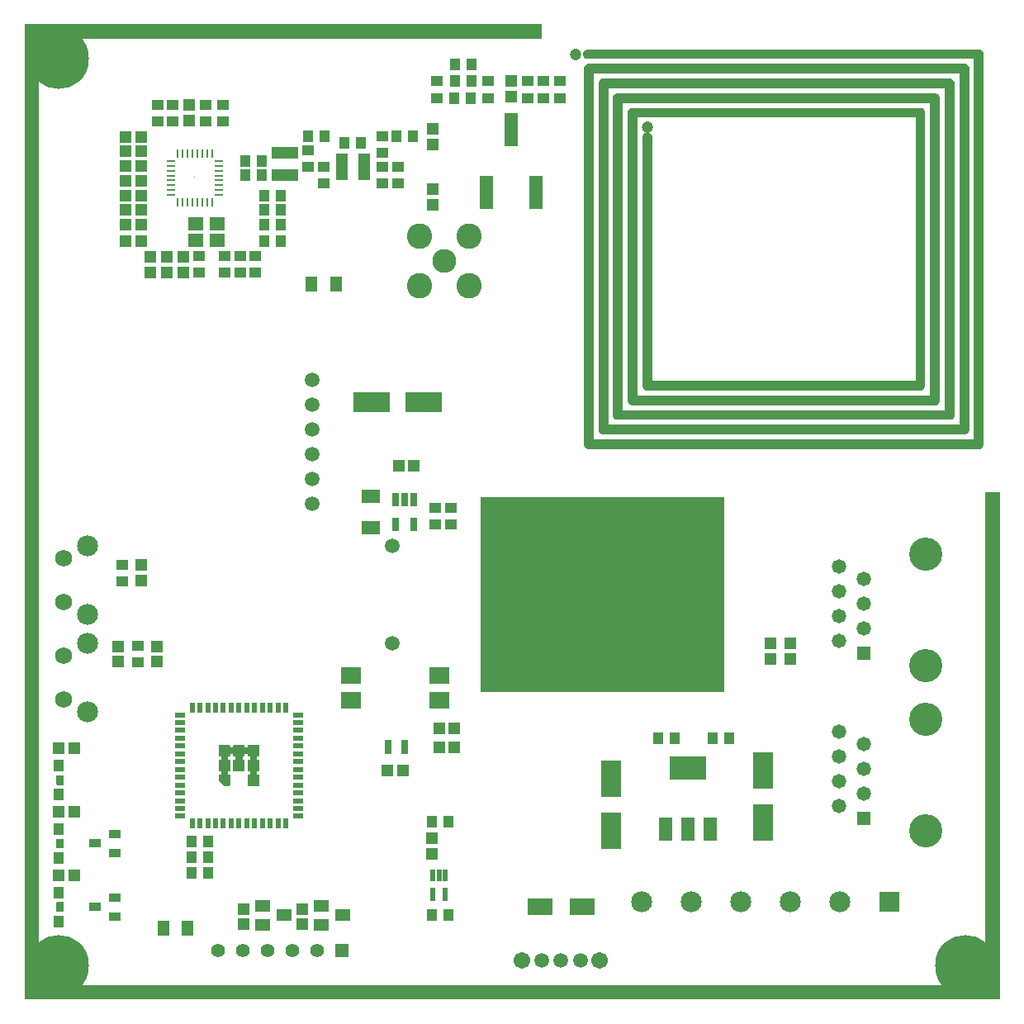
<source format=gts>
G04*
G04 #@! TF.GenerationSoftware,Altium Limited,Altium Designer,24.5.2 (23)*
G04*
G04 Layer_Color=8388736*
%FSLAX25Y25*%
%MOIN*%
G70*
G04*
G04 #@! TF.SameCoordinates,CA4C738F-C60C-4ACC-8FA1-BFDE70A38C08*
G04*
G04*
G04 #@! TF.FilePolarity,Negative*
G04*
G01*
G75*
%ADD40R,0.04737X0.04343*%
%ADD41R,0.04816X0.04501*%
%ADD42R,0.04501X0.04816*%
%ADD43R,0.04343X0.04737*%
%ADD44R,0.06312X0.05524*%
%ADD45R,0.00083X0.00083*%
%ADD46R,0.01102X0.03347*%
%ADD47R,0.03347X0.01102*%
%ADD48R,0.04796X0.10800*%
%ADD49R,0.10800X0.04796*%
%ADD50R,0.04737X0.06391*%
%ADD51R,0.10052X0.06902*%
%ADD52R,0.06312X0.04737*%
%ADD53R,0.08280X0.06706*%
%ADD54R,0.02375X0.03950*%
%ADD55R,0.03950X0.02375*%
%ADD56R,0.05485X0.13792*%
%ADD57R,0.05131X0.03359*%
%ADD58R,0.02835X0.05197*%
%ADD59R,0.03162X0.05524*%
%ADD60R,0.07493X0.05328*%
%ADD61R,0.14580X0.08083*%
%ADD62R,0.02737X0.01981*%
%ADD63R,0.02375X0.05524*%
%ADD64R,0.01968X0.05118*%
%ADD65R,0.08083X0.14580*%
%ADD66R,0.14580X0.09461*%
%ADD67R,0.05524X0.09461*%
%ADD68C,0.08477*%
%ADD69C,0.06863*%
%ADD70C,0.24422*%
%ADD71C,0.04737*%
%ADD72C,0.10249*%
%ADD73C,0.09658*%
%ADD74C,0.05918*%
%ADD75R,0.05792X0.05792*%
%ADD76C,0.05792*%
%ADD77C,0.13398*%
%ADD78R,0.08477X0.08477*%
%ADD79C,0.05603*%
%ADD80R,0.05603X0.05603*%
%ADD81C,0.06706*%
G36*
X386379Y383308D02*
X386933Y382753D01*
X387233Y382029D01*
Y381638D01*
Y224157D01*
Y223765D01*
X386933Y223041D01*
X386379Y222487D01*
X385655Y222187D01*
X227391D01*
X226667Y222487D01*
X226113Y223041D01*
X225813Y223765D01*
Y224157D01*
X225813Y375732D01*
Y376124D01*
X226113Y376848D01*
X226667Y377402D01*
X227391Y377702D01*
X227783Y377702D01*
X379358Y377702D01*
X379750D01*
X380474Y377402D01*
X381028Y376848D01*
X381328Y376124D01*
Y375732D01*
X381328Y230063D01*
X381328D01*
X381328Y229671D01*
X381028Y228947D01*
X380474Y228393D01*
X379750Y228093D01*
X379358Y228093D01*
X233688Y228093D01*
X233297D01*
X232573Y228393D01*
X232018Y228947D01*
X231719Y229671D01*
Y230063D01*
X231719Y369827D01*
Y370218D01*
X232018Y370942D01*
X232573Y371497D01*
X233297Y371796D01*
X233689D01*
X373452Y371796D01*
X373452Y371796D01*
X373844Y371796D01*
X374568Y371497D01*
X375122Y370942D01*
X375422Y370218D01*
X375422Y369827D01*
X375422Y235968D01*
X375422D01*
X375422Y235576D01*
X375122Y234852D01*
X374568Y234298D01*
X373844Y233998D01*
X373452Y233998D01*
X239594Y233998D01*
X239202D01*
X238478Y234298D01*
X237924Y234852D01*
X237624Y235576D01*
Y235968D01*
X237624Y363921D01*
Y364313D01*
X237924Y365037D01*
X238478Y365591D01*
X239202Y365891D01*
X239594Y365891D01*
X367547Y365891D01*
X367547Y365891D01*
X367939Y365891D01*
X368663Y365591D01*
X369217Y365037D01*
X369517Y364313D01*
X369517Y363921D01*
X369517Y241874D01*
X369517D01*
X369517Y241482D01*
X369217Y240758D01*
X368663Y240204D01*
X367939Y239904D01*
X367547Y239904D01*
X245500Y239904D01*
X245108D01*
X244384Y240204D01*
X243829Y240758D01*
X243530Y241482D01*
Y241874D01*
X243530Y358015D01*
Y358407D01*
X243829Y359131D01*
X244384Y359686D01*
X245108Y359985D01*
X245500D01*
X361641Y359985D01*
X361641Y359985D01*
X362033Y359985D01*
X362757Y359686D01*
X363311Y359131D01*
X363611Y358407D01*
X363611Y358015D01*
X363611Y247779D01*
Y247387D01*
X363311Y246663D01*
X362757Y246109D01*
X362033Y245809D01*
X251013D01*
X250289Y246109D01*
X249735Y246663D01*
X249435Y247387D01*
Y247779D01*
Y347990D01*
Y348382D01*
X249735Y349106D01*
X250289Y349660D01*
X251013Y349960D01*
X251797D01*
X252521Y349660D01*
X253075Y349106D01*
X253375Y348382D01*
Y347990D01*
Y249749D01*
X359671D01*
Y356046D01*
X247470Y356046D01*
X247470Y243844D01*
X365577D01*
X365577Y361951D01*
X241564Y361951D01*
X241564Y237938D01*
X371482D01*
X371482Y367857D01*
X235659Y367857D01*
X235659Y232033D01*
X377388D01*
X377388Y373762D01*
X229753Y373762D01*
X229753Y226127D01*
X383293D01*
Y379667D01*
X227167D01*
X226443Y379967D01*
X225889Y380522D01*
X225589Y381246D01*
Y382029D01*
X225889Y382753D01*
X226443Y383308D01*
X227167Y383608D01*
X385655D01*
X386379Y383308D01*
D02*
G37*
G36*
X282480Y124016D02*
X184055D01*
Y202756D01*
X282480D01*
Y124016D01*
D02*
G37*
G36*
X94541Y102760D02*
X94592Y102749D01*
X94642Y102733D01*
X94689Y102709D01*
X94732Y102680D01*
X94772Y102646D01*
X94806Y102606D01*
X94835Y102563D01*
X94858Y102516D01*
X94875Y102466D01*
X94886Y102415D01*
X94889Y102362D01*
Y98425D01*
X94886Y98373D01*
X94875Y98321D01*
X94858Y98272D01*
X94835Y98225D01*
X94806Y98181D01*
X94772Y98142D01*
X94732Y98107D01*
X94689Y98078D01*
X94642Y98055D01*
X94592Y98038D01*
X94541Y98028D01*
X94488Y98024D01*
X93905D01*
Y96858D01*
X94488D01*
X94541Y96854D01*
X94592Y96844D01*
X94642Y96827D01*
X94689Y96804D01*
X94732Y96775D01*
X94772Y96740D01*
X94806Y96701D01*
X94835Y96657D01*
X94858Y96610D01*
X94875Y96561D01*
X94886Y96509D01*
X94889Y96457D01*
Y92520D01*
X94886Y92467D01*
X94875Y92416D01*
X94858Y92366D01*
X94835Y92319D01*
X94806Y92276D01*
X94772Y92236D01*
X94732Y92202D01*
X94689Y92172D01*
X94642Y92149D01*
X94592Y92133D01*
X94541Y92122D01*
X94488Y92119D01*
X93905D01*
Y90952D01*
X94488D01*
X94541Y90949D01*
X94592Y90938D01*
X94642Y90921D01*
X94689Y90898D01*
X94732Y90869D01*
X94772Y90835D01*
X94806Y90795D01*
X94835Y90752D01*
X94858Y90705D01*
X94875Y90655D01*
X94886Y90604D01*
X94889Y90551D01*
Y86614D01*
X94886Y86562D01*
X94875Y86510D01*
X94858Y86461D01*
X94835Y86414D01*
X94806Y86370D01*
X94772Y86331D01*
X94732Y86296D01*
X94689Y86267D01*
X94642Y86244D01*
X94592Y86227D01*
X94541Y86217D01*
X94488Y86213D01*
X90551D01*
X90499Y86217D01*
X90447Y86227D01*
X90398Y86244D01*
X90351Y86267D01*
X90307Y86296D01*
X90268Y86331D01*
X90233Y86370D01*
X90204Y86414D01*
X90181Y86461D01*
X90164Y86510D01*
X90154Y86562D01*
X90150Y86614D01*
Y90551D01*
X90154Y90604D01*
X90164Y90655D01*
X90181Y90705D01*
X90204Y90752D01*
X90233Y90795D01*
X90268Y90835D01*
X90307Y90869D01*
X90351Y90898D01*
X90398Y90921D01*
X90447Y90938D01*
X90499Y90949D01*
X90551Y90952D01*
X91135D01*
Y92119D01*
X90551D01*
X90499Y92122D01*
X90447Y92133D01*
X90398Y92149D01*
X90351Y92172D01*
X90307Y92202D01*
X90268Y92236D01*
X90233Y92276D01*
X90204Y92319D01*
X90181Y92366D01*
X90164Y92416D01*
X90154Y92467D01*
X90150Y92520D01*
Y96457D01*
X90154Y96509D01*
X90164Y96561D01*
X90181Y96610D01*
X90204Y96657D01*
X90233Y96701D01*
X90268Y96740D01*
X90307Y96775D01*
X90351Y96804D01*
X90398Y96827D01*
X90447Y96844D01*
X90499Y96854D01*
X90551Y96858D01*
X91135D01*
Y98024D01*
X90551D01*
X90499Y98028D01*
X90447Y98038D01*
X90398Y98055D01*
X90351Y98078D01*
X90307Y98107D01*
X90268Y98142D01*
X90233Y98181D01*
X90204Y98225D01*
X90181Y98272D01*
X90164Y98321D01*
X90154Y98373D01*
X90150Y98425D01*
Y99009D01*
X88984D01*
Y98425D01*
X88980Y98373D01*
X88970Y98321D01*
X88953Y98272D01*
X88930Y98225D01*
X88901Y98181D01*
X88866Y98142D01*
X88827Y98107D01*
X88783Y98078D01*
X88736Y98055D01*
X88686Y98038D01*
X88635Y98028D01*
X88583Y98024D01*
X87999D01*
Y96858D01*
X88583D01*
X88635Y96854D01*
X88686Y96844D01*
X88736Y96827D01*
X88783Y96804D01*
X88827Y96775D01*
X88866Y96740D01*
X88901Y96701D01*
X88930Y96657D01*
X88953Y96610D01*
X88970Y96561D01*
X88980Y96509D01*
X88984Y96457D01*
Y92520D01*
X88980Y92467D01*
X88970Y92416D01*
X88953Y92366D01*
X88930Y92319D01*
X88901Y92276D01*
X88866Y92236D01*
X88827Y92202D01*
X88783Y92172D01*
X88736Y92149D01*
X88686Y92133D01*
X88635Y92122D01*
X88583Y92119D01*
X84646D01*
X84593Y92122D01*
X84542Y92133D01*
X84492Y92149D01*
X84445Y92172D01*
X84402Y92202D01*
X84362Y92236D01*
X84328Y92276D01*
X84298Y92319D01*
X84275Y92366D01*
X84259Y92416D01*
X84248Y92467D01*
X84245Y92520D01*
Y96457D01*
X84248Y96509D01*
X84259Y96561D01*
X84275Y96610D01*
X84298Y96657D01*
X84328Y96701D01*
X84362Y96740D01*
X84402Y96775D01*
X84445Y96804D01*
X84492Y96827D01*
X84542Y96844D01*
X84593Y96854D01*
X84646Y96858D01*
X85229D01*
Y98024D01*
X84646D01*
X84593Y98028D01*
X84542Y98038D01*
X84492Y98055D01*
X84445Y98078D01*
X84402Y98107D01*
X84362Y98142D01*
X84328Y98181D01*
X84298Y98225D01*
X84275Y98272D01*
X84259Y98321D01*
X84248Y98373D01*
X84245Y98425D01*
Y99009D01*
X83078D01*
Y98425D01*
X83075Y98373D01*
X83064Y98321D01*
X83047Y98272D01*
X83024Y98225D01*
X82995Y98181D01*
X82961Y98142D01*
X82921Y98107D01*
X82878Y98078D01*
X82831Y98055D01*
X82781Y98038D01*
X82730Y98028D01*
X82677Y98024D01*
X82094D01*
Y96858D01*
X82677D01*
X82730Y96854D01*
X82781Y96844D01*
X82831Y96827D01*
X82878Y96804D01*
X82921Y96775D01*
X82961Y96740D01*
X82995Y96701D01*
X83024Y96657D01*
X83047Y96610D01*
X83064Y96561D01*
X83075Y96509D01*
X83078Y96457D01*
Y92520D01*
X83075Y92467D01*
X83064Y92416D01*
X83047Y92366D01*
X83024Y92319D01*
X82995Y92276D01*
X82961Y92236D01*
X82921Y92202D01*
X82878Y92172D01*
X82831Y92149D01*
X82781Y92133D01*
X82730Y92122D01*
X82677Y92119D01*
X82094D01*
Y90952D01*
X82677D01*
X82730Y90949D01*
X82781Y90938D01*
X82831Y90921D01*
X82878Y90898D01*
X82921Y90869D01*
X82961Y90835D01*
X82995Y90795D01*
X83024Y90752D01*
X83047Y90705D01*
X83064Y90655D01*
X83075Y90604D01*
X83078Y90551D01*
Y86614D01*
X83075Y86562D01*
X83064Y86510D01*
X83047Y86461D01*
X83024Y86414D01*
X82995Y86370D01*
X82961Y86331D01*
X82921Y86296D01*
X82878Y86267D01*
X82831Y86244D01*
X82781Y86227D01*
X82730Y86217D01*
X82677Y86213D01*
X80709D01*
X80656Y86217D01*
X80605Y86227D01*
X80555Y86244D01*
X80508Y86267D01*
X80465Y86296D01*
X80425Y86331D01*
X78457Y88299D01*
X78422Y88339D01*
X78393Y88382D01*
X78370Y88429D01*
X78353Y88479D01*
X78343Y88530D01*
X78339Y88583D01*
Y90551D01*
X78343Y90604D01*
X78353Y90655D01*
X78370Y90705D01*
X78393Y90752D01*
X78422Y90795D01*
X78457Y90835D01*
X78496Y90869D01*
X78540Y90898D01*
X78587Y90921D01*
X78636Y90938D01*
X78688Y90949D01*
X78740Y90952D01*
X79324D01*
Y92119D01*
X78740D01*
X78688Y92122D01*
X78636Y92133D01*
X78587Y92149D01*
X78540Y92172D01*
X78496Y92202D01*
X78457Y92236D01*
X78422Y92276D01*
X78393Y92319D01*
X78370Y92366D01*
X78353Y92416D01*
X78343Y92467D01*
X78339Y92520D01*
Y96457D01*
X78343Y96509D01*
X78353Y96561D01*
X78370Y96610D01*
X78393Y96657D01*
X78422Y96701D01*
X78457Y96740D01*
X78496Y96775D01*
X78540Y96804D01*
X78587Y96827D01*
X78636Y96844D01*
X78688Y96854D01*
X78740Y96858D01*
X79324D01*
Y98024D01*
X78740D01*
X78688Y98028D01*
X78636Y98038D01*
X78587Y98055D01*
X78540Y98078D01*
X78496Y98107D01*
X78457Y98142D01*
X78422Y98181D01*
X78393Y98225D01*
X78370Y98272D01*
X78353Y98321D01*
X78343Y98373D01*
X78339Y98425D01*
Y102362D01*
X78343Y102415D01*
X78353Y102466D01*
X78370Y102516D01*
X78393Y102563D01*
X78422Y102606D01*
X78457Y102646D01*
X78496Y102680D01*
X78540Y102709D01*
X78587Y102733D01*
X78636Y102749D01*
X78688Y102760D01*
X78740Y102763D01*
X82677D01*
X82730Y102760D01*
X82781Y102749D01*
X82831Y102733D01*
X82878Y102709D01*
X82921Y102680D01*
X82961Y102646D01*
X82995Y102606D01*
X83024Y102563D01*
X83047Y102516D01*
X83064Y102466D01*
X83075Y102415D01*
X83078Y102362D01*
Y101779D01*
X84245D01*
Y102362D01*
X84248Y102415D01*
X84259Y102466D01*
X84275Y102516D01*
X84298Y102563D01*
X84328Y102606D01*
X84362Y102646D01*
X84402Y102680D01*
X84445Y102709D01*
X84492Y102733D01*
X84542Y102749D01*
X84593Y102760D01*
X84646Y102763D01*
X88583D01*
X88635Y102760D01*
X88686Y102749D01*
X88736Y102733D01*
X88783Y102709D01*
X88827Y102680D01*
X88866Y102646D01*
X88901Y102606D01*
X88930Y102563D01*
X88953Y102516D01*
X88970Y102466D01*
X88980Y102415D01*
X88984Y102362D01*
Y101779D01*
X90150D01*
Y102362D01*
X90154Y102415D01*
X90164Y102466D01*
X90181Y102516D01*
X90204Y102563D01*
X90233Y102606D01*
X90268Y102646D01*
X90307Y102680D01*
X90351Y102709D01*
X90398Y102733D01*
X90447Y102749D01*
X90499Y102760D01*
X90551Y102763D01*
X94488D01*
X94541Y102760D01*
D02*
G37*
G36*
X15603Y90549D02*
X15653Y90539D01*
X15702Y90522D01*
X15748Y90499D01*
X15791Y90470D01*
X15830Y90437D01*
X15864Y90398D01*
X15893Y90355D01*
X15916Y90308D01*
X15932Y90260D01*
X15942Y90209D01*
X15946Y90158D01*
Y87008D01*
X15942Y86956D01*
X15932Y86906D01*
X15916Y86857D01*
X15893Y86811D01*
X15864Y86768D01*
X15830Y86729D01*
X15791Y86695D01*
X15748Y86666D01*
X15702Y86643D01*
X15653Y86627D01*
X15603Y86617D01*
X15551Y86613D01*
X13189D01*
X13137Y86617D01*
X13087Y86627D01*
X13038Y86643D01*
X12992Y86666D01*
X12949Y86695D01*
X12910Y86729D01*
X12876Y86768D01*
X12847Y86811D01*
X12824Y86857D01*
X12808Y86906D01*
X12798Y86956D01*
X12794Y87008D01*
Y90158D01*
X12798Y90209D01*
X12808Y90260D01*
X12824Y90308D01*
X12847Y90355D01*
X12876Y90398D01*
X12910Y90437D01*
X12949Y90470D01*
X12992Y90499D01*
X13038Y90522D01*
X13087Y90539D01*
X13137Y90549D01*
X13189Y90552D01*
X15551D01*
X15603Y90549D01*
D02*
G37*
G36*
Y64958D02*
X15653Y64948D01*
X15702Y64931D01*
X15748Y64909D01*
X15791Y64880D01*
X15830Y64846D01*
X15864Y64807D01*
X15893Y64764D01*
X15916Y64718D01*
X15932Y64669D01*
X15942Y64618D01*
X15946Y64567D01*
Y61417D01*
X15942Y61366D01*
X15932Y61315D01*
X15916Y61266D01*
X15893Y61220D01*
X15864Y61177D01*
X15830Y61138D01*
X15791Y61104D01*
X15748Y61076D01*
X15702Y61053D01*
X15653Y61036D01*
X15603Y61026D01*
X15551Y61023D01*
X13189D01*
X13137Y61026D01*
X13087Y61036D01*
X13038Y61053D01*
X12992Y61076D01*
X12949Y61104D01*
X12910Y61138D01*
X12876Y61177D01*
X12847Y61220D01*
X12824Y61266D01*
X12808Y61315D01*
X12798Y61366D01*
X12794Y61417D01*
Y64567D01*
X12798Y64618D01*
X12808Y64669D01*
X12824Y64718D01*
X12847Y64764D01*
X12876Y64807D01*
X12910Y64846D01*
X12949Y64880D01*
X12992Y64909D01*
X13038Y64931D01*
X13087Y64948D01*
X13137Y64958D01*
X13189Y64961D01*
X15551D01*
X15603Y64958D01*
D02*
G37*
G36*
Y39367D02*
X15653Y39358D01*
X15702Y39341D01*
X15748Y39318D01*
X15791Y39289D01*
X15830Y39255D01*
X15864Y39217D01*
X15893Y39174D01*
X15916Y39127D01*
X15932Y39079D01*
X15942Y39028D01*
X15946Y38976D01*
Y35827D01*
X15942Y35775D01*
X15932Y35725D01*
X15916Y35676D01*
X15893Y35629D01*
X15864Y35587D01*
X15830Y35548D01*
X15791Y35514D01*
X15748Y35485D01*
X15702Y35462D01*
X15653Y35446D01*
X15603Y35436D01*
X15551Y35432D01*
X13189D01*
X13137Y35436D01*
X13087Y35446D01*
X13038Y35462D01*
X12992Y35485D01*
X12949Y35514D01*
X12910Y35548D01*
X12876Y35587D01*
X12847Y35629D01*
X12824Y35676D01*
X12808Y35725D01*
X12798Y35775D01*
X12794Y35827D01*
Y38976D01*
X12798Y39028D01*
X12808Y39079D01*
X12824Y39127D01*
X12847Y39174D01*
X12876Y39217D01*
X12910Y39255D01*
X12949Y39289D01*
X12992Y39318D01*
X13038Y39341D01*
X13087Y39358D01*
X13137Y39367D01*
X13189Y39371D01*
X15551D01*
X15603Y39367D01*
D02*
G37*
G36*
X5932Y393701D02*
X208661D01*
Y387795D01*
X5932D01*
Y5906D01*
X387795D01*
Y204724D01*
X393701D01*
Y0D01*
X0D01*
Y5906D01*
X27D01*
Y387795D01*
X0D01*
Y393701D01*
X27D01*
Y393701D01*
X5932D01*
Y393701D01*
D02*
G37*
D40*
X59881Y361024D02*
D03*
Y354331D02*
D03*
X53815Y361024D02*
D03*
Y354331D02*
D03*
X87008Y300197D02*
D03*
Y293504D02*
D03*
X150773Y336024D02*
D03*
Y329331D02*
D03*
X144342Y336030D02*
D03*
Y329337D02*
D03*
Y348406D02*
D03*
Y341714D02*
D03*
X120888Y329337D02*
D03*
Y336030D02*
D03*
X114606Y342717D02*
D03*
Y336024D02*
D03*
X73304Y361024D02*
D03*
Y354331D02*
D03*
X79997Y361024D02*
D03*
Y354331D02*
D03*
X70472Y300197D02*
D03*
Y293504D02*
D03*
X80709Y300197D02*
D03*
Y293504D02*
D03*
X93307Y300197D02*
D03*
Y293504D02*
D03*
X45840Y142717D02*
D03*
Y136024D02*
D03*
X39370Y175591D02*
D03*
Y168898D02*
D03*
X216142Y363976D02*
D03*
Y370669D02*
D03*
X209452Y370669D02*
D03*
Y363976D02*
D03*
X187057Y370669D02*
D03*
Y363976D02*
D03*
X203143Y363976D02*
D03*
Y370669D02*
D03*
X166535Y363976D02*
D03*
Y370669D02*
D03*
X172047Y191929D02*
D03*
Y198622D02*
D03*
X165748Y191929D02*
D03*
Y198622D02*
D03*
D41*
X164961Y345315D02*
D03*
Y351535D02*
D03*
X66611Y354842D02*
D03*
Y361063D02*
D03*
X57402Y299685D02*
D03*
Y293465D02*
D03*
X50709Y299685D02*
D03*
Y293465D02*
D03*
X64095Y299685D02*
D03*
Y293465D02*
D03*
X47244Y175354D02*
D03*
Y169134D02*
D03*
X37982Y136428D02*
D03*
Y142649D02*
D03*
X53485Y142649D02*
D03*
Y136428D02*
D03*
X112205Y36575D02*
D03*
Y30354D02*
D03*
X196372Y364458D02*
D03*
Y370679D02*
D03*
X309055Y143858D02*
D03*
Y137638D02*
D03*
X301181Y143858D02*
D03*
Y137638D02*
D03*
X88583Y36575D02*
D03*
Y30354D02*
D03*
X164961Y320974D02*
D03*
Y327195D02*
D03*
X164573Y58860D02*
D03*
Y65080D02*
D03*
D42*
X40863Y306102D02*
D03*
X47083D02*
D03*
X40863Y312795D02*
D03*
X47083D02*
D03*
X40863Y318701D02*
D03*
X47083D02*
D03*
X40863Y324606D02*
D03*
X47083D02*
D03*
X40863Y330512D02*
D03*
X47083D02*
D03*
X40863Y336417D02*
D03*
X47083D02*
D03*
X40863Y342323D02*
D03*
X47083D02*
D03*
X40863Y348228D02*
D03*
X47083D02*
D03*
X13819Y101378D02*
D03*
X20039D02*
D03*
X146496Y92520D02*
D03*
X152717D02*
D03*
X167362Y109455D02*
D03*
X173583D02*
D03*
X167425Y101741D02*
D03*
X173645D02*
D03*
X13819Y75787D02*
D03*
X20039D02*
D03*
X13819Y50197D02*
D03*
X20039D02*
D03*
X151017Y215425D02*
D03*
X157238D02*
D03*
D43*
X103619Y306102D02*
D03*
X96926D02*
D03*
X156857Y348509D02*
D03*
X150164D02*
D03*
X121299D02*
D03*
X114606D02*
D03*
X89213Y338583D02*
D03*
X95905D02*
D03*
X89213Y332677D02*
D03*
X95906D02*
D03*
X135839Y345760D02*
D03*
X129146D02*
D03*
X103619Y318701D02*
D03*
X96926D02*
D03*
X103619Y324606D02*
D03*
X96926D02*
D03*
X103619Y312795D02*
D03*
X96926D02*
D03*
X171260Y34086D02*
D03*
X164567D02*
D03*
X284425Y105547D02*
D03*
X277732D02*
D03*
X255866D02*
D03*
X262559D02*
D03*
X67520Y51175D02*
D03*
X74213D02*
D03*
X67520Y57505D02*
D03*
X74213D02*
D03*
X67520Y63737D02*
D03*
X74213D02*
D03*
X173866Y370731D02*
D03*
X180559D02*
D03*
X180096Y363953D02*
D03*
X173403D02*
D03*
X180512Y377559D02*
D03*
X173819D02*
D03*
X13780Y31496D02*
D03*
Y43307D02*
D03*
Y57087D02*
D03*
Y68898D02*
D03*
Y82677D02*
D03*
Y94488D02*
D03*
X171260Y71850D02*
D03*
X164567D02*
D03*
D44*
X77953Y306445D02*
D03*
X69291D02*
D03*
Y313138D02*
D03*
X77953D02*
D03*
D45*
X68801Y331668D02*
D03*
D46*
X75692Y321924D02*
D03*
X73723D02*
D03*
X71754D02*
D03*
X69785D02*
D03*
X67816D02*
D03*
X65847D02*
D03*
X63878D02*
D03*
X61909D02*
D03*
Y341412D02*
D03*
X63878D02*
D03*
X65847D02*
D03*
X67816D02*
D03*
X69785D02*
D03*
X71754D02*
D03*
X73723D02*
D03*
X75692D02*
D03*
D47*
X59057Y324778D02*
D03*
Y326747D02*
D03*
Y328715D02*
D03*
Y330684D02*
D03*
Y332652D02*
D03*
Y334621D02*
D03*
Y336589D02*
D03*
Y338558D02*
D03*
X78545D02*
D03*
Y336589D02*
D03*
Y334621D02*
D03*
Y332652D02*
D03*
Y330684D02*
D03*
Y328715D02*
D03*
Y326747D02*
D03*
Y324778D02*
D03*
D48*
X136993Y336221D02*
D03*
X127993D02*
D03*
D49*
X105093Y341707D02*
D03*
Y332707D02*
D03*
D50*
X125787Y288976D02*
D03*
X115945D02*
D03*
X65945Y28740D02*
D03*
X56102D02*
D03*
D51*
X208071Y37551D02*
D03*
X225000D02*
D03*
D52*
X128347Y34055D02*
D03*
X119685Y30315D02*
D03*
Y37795D02*
D03*
X104724Y34055D02*
D03*
X96063Y30315D02*
D03*
Y37795D02*
D03*
D53*
X131890Y120984D02*
D03*
Y130984D02*
D03*
X167323D02*
D03*
Y120984D02*
D03*
D54*
X67716Y71260D02*
D03*
X70866D02*
D03*
X74016D02*
D03*
X77165D02*
D03*
X80315D02*
D03*
X83465D02*
D03*
X86614D02*
D03*
X89764D02*
D03*
X92913D02*
D03*
X96063D02*
D03*
X99213D02*
D03*
X102362D02*
D03*
X105512D02*
D03*
Y117717D02*
D03*
X102362D02*
D03*
X99213D02*
D03*
X96063D02*
D03*
X92913D02*
D03*
X89764D02*
D03*
X86614D02*
D03*
X83465D02*
D03*
X80315D02*
D03*
X77165D02*
D03*
X74016D02*
D03*
X70866D02*
D03*
X67716D02*
D03*
D55*
X110433Y74016D02*
D03*
Y77165D02*
D03*
Y80315D02*
D03*
Y83465D02*
D03*
Y86614D02*
D03*
Y89764D02*
D03*
Y92913D02*
D03*
Y96063D02*
D03*
Y99213D02*
D03*
Y102362D02*
D03*
Y105512D02*
D03*
Y108661D02*
D03*
Y111811D02*
D03*
Y114961D02*
D03*
X62795D02*
D03*
Y111811D02*
D03*
Y108661D02*
D03*
Y105512D02*
D03*
Y102362D02*
D03*
Y99213D02*
D03*
Y96063D02*
D03*
Y92913D02*
D03*
Y89764D02*
D03*
Y86614D02*
D03*
Y83465D02*
D03*
Y80315D02*
D03*
Y77165D02*
D03*
Y74016D02*
D03*
D56*
X186457Y325984D02*
D03*
X196457Y351181D02*
D03*
X206457Y325984D02*
D03*
D57*
X36614Y59213D02*
D03*
Y66772D02*
D03*
X28346Y62992D02*
D03*
X28346Y37402D02*
D03*
X36614Y41181D02*
D03*
Y33622D02*
D03*
D58*
X157283Y201772D02*
D03*
X153543D02*
D03*
D59*
X149803D02*
D03*
Y191929D02*
D03*
X157283D02*
D03*
D60*
X139741Y203051D02*
D03*
Y190650D02*
D03*
D61*
X161024Y241142D02*
D03*
X140157D02*
D03*
D62*
X146949Y100036D02*
D03*
Y102004D02*
D03*
Y103972D02*
D03*
X153516D02*
D03*
Y102004D02*
D03*
Y100036D02*
D03*
D63*
X169888Y42611D02*
D03*
X164770D02*
D03*
D64*
Y50092D02*
D03*
X167329D02*
D03*
X169888D02*
D03*
D65*
X236872Y68157D02*
D03*
Y89023D02*
D03*
X298206Y71488D02*
D03*
Y92354D02*
D03*
D66*
X267868Y93338D02*
D03*
D67*
X276923Y68929D02*
D03*
X267868D02*
D03*
X258813D02*
D03*
D68*
X25646Y155492D02*
D03*
Y183091D02*
D03*
Y116122D02*
D03*
Y143720D02*
D03*
X329213Y39370D02*
D03*
X309213D02*
D03*
X289213D02*
D03*
X269213D02*
D03*
X249213D02*
D03*
D69*
X15843Y160433D02*
D03*
Y178150D02*
D03*
Y121063D02*
D03*
Y138779D02*
D03*
D70*
X13780Y13780D02*
D03*
X379921D02*
D03*
X13780Y379921D02*
D03*
D71*
X222441Y381616D02*
D03*
X251362Y352160D02*
D03*
D72*
X159565Y288235D02*
D03*
Y308235D02*
D03*
X179565D02*
D03*
Y288235D02*
D03*
D73*
X169565Y298235D02*
D03*
D74*
X116142Y250079D02*
D03*
Y240079D02*
D03*
Y230079D02*
D03*
Y220079D02*
D03*
Y210079D02*
D03*
Y200079D02*
D03*
X148622Y143701D02*
D03*
Y183071D02*
D03*
X208661Y15748D02*
D03*
X216535D02*
D03*
X224410D02*
D03*
D75*
X338957Y139980D02*
D03*
Y73051D02*
D03*
D76*
X328957Y144980D02*
D03*
X338957Y149980D02*
D03*
X328957Y154980D02*
D03*
X338957Y159980D02*
D03*
X328957Y164980D02*
D03*
X338957Y169980D02*
D03*
X328957Y174980D02*
D03*
Y108051D02*
D03*
X338957Y103051D02*
D03*
X328957Y98051D02*
D03*
X338957Y93051D02*
D03*
X328957Y88051D02*
D03*
X338957Y83051D02*
D03*
X328957Y78051D02*
D03*
D77*
X363957Y134980D02*
D03*
Y179980D02*
D03*
Y113051D02*
D03*
Y68051D02*
D03*
D78*
X349213Y39370D02*
D03*
D79*
X78110Y19685D02*
D03*
X88110D02*
D03*
X98110D02*
D03*
X108110D02*
D03*
X118110D02*
D03*
D80*
X128110D02*
D03*
D81*
X200787Y15748D02*
D03*
X232283D02*
D03*
M02*

</source>
